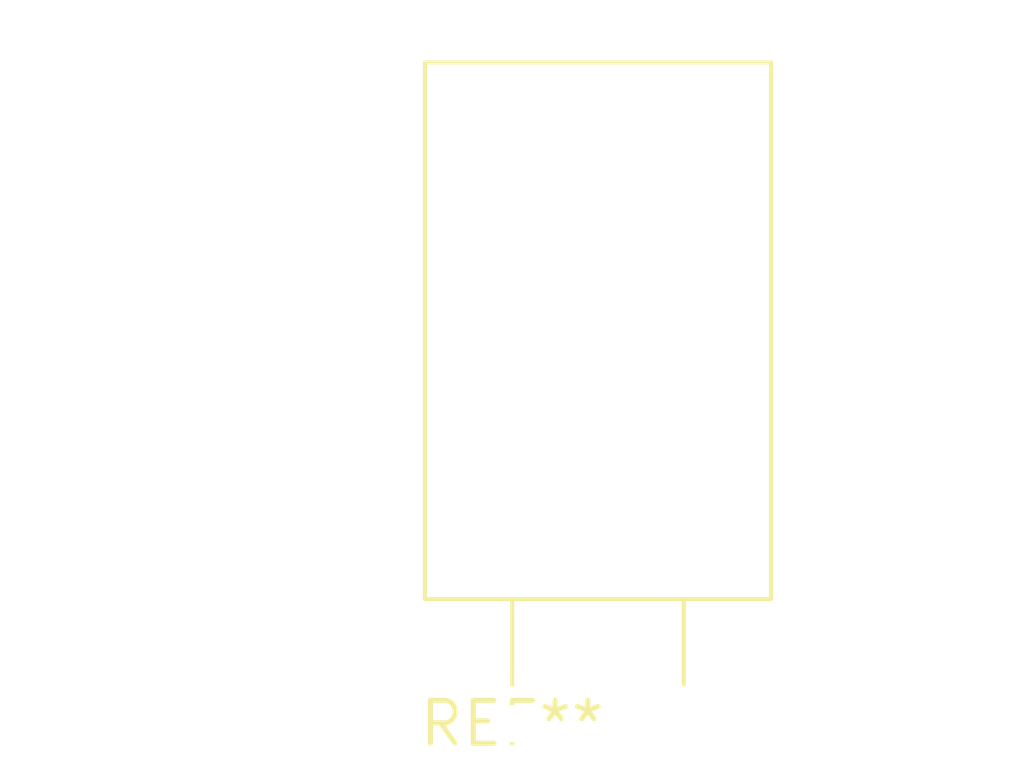
<source format=kicad_pcb>
(kicad_pcb (version 20240108) (generator pcbnew)
  (layers (0 "F.Cu" signal) (31 "B.Cu" signal) (34 "B.Paste" user) (35 "F.Paste" user) (36 "B.SilkS" user "B.Silkscreen") (37 "F.SilkS" user "F.Silkscreen") (38 "B.Mask" user) (39 "F.Mask" user) (44 "Edge.Cuts" user))
  (net 0 "")
  (footprint "TO-220-2_Horizontal_TabDown" (layer "F.Cu") (at 0 0)
    (property "Reference" "REF**")
    (property "Value" "TO-220-2_Horizontal_TabDown")
    (fp_line (start -2.58 -19.58) (end -2.58 -3.69) (layer "F.SilkS") (stroke (width 0.12)))
    (fp_line (start -2.58 -19.58) (end 7.66 -19.58) (layer "F.SilkS") (stroke (width 0.12)))
    (fp_line (start -2.58 -3.69) (end 7.66 -3.69) (layer "F.SilkS") (stroke (width 0.12)))
    (fp_line (start 0 -3.69) (end 0 -1.15) (layer "F.SilkS") (stroke (width 0.12)))
    (fp_line (start 5.08 -3.69) (end 5.08 -1.165) (layer "F.SilkS") (stroke (width 0.12)))
    (fp_line (start 7.66 -19.58) (end 7.66 -3.69) (layer "F.SilkS") (stroke (width 0.12)))
    (pad "" np_thru_hole oval (at 2.54 -16.66) (size 3.5 3.5) (drill 3.5) (layers *.Cu *.Mask))
    (pad "1" thru_hole rect (at 0 0) (size 2 2) (drill 1.1) (layers *.Cu *.Mask) (remove_unused_layers))
    (pad "2" thru_hole oval (at 5.08 0) (size 2 2) (drill 1.1) (layers *.Cu *.Mask) (remove_unused_layers))
  )
)
</source>
